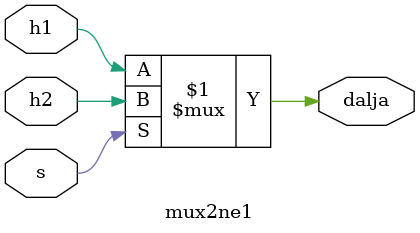
<source format=v>
`timescale 1ns / 1ps


module mux2ne1(
input wire h1,
input wire h2,
input wire s,
output dalja
    );

assign dalja=s?h2:h1;    
endmodule

</source>
